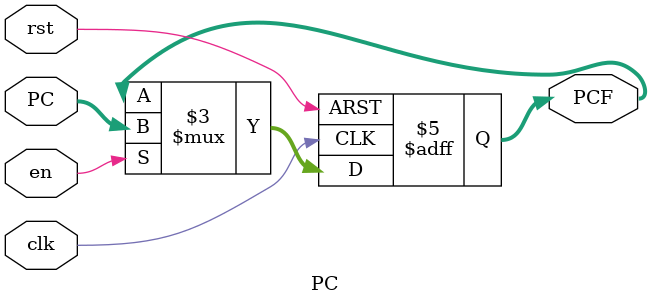
<source format=v>
`timescale 1ns / 1ps


module PC(clk,rst,en,PC,PCF);
    input clk;
    input rst;
    input en;
    input [31:0] PC;
    output reg [31:0] PCF=0;

    always @(posedge clk or posedge rst) 
    begin
        if(rst)
            // PCF<=32'b0;
            PCF <= 32'hbfc00000;
        else if(en)
            PCF<=PC;
    end
endmodule

</source>
